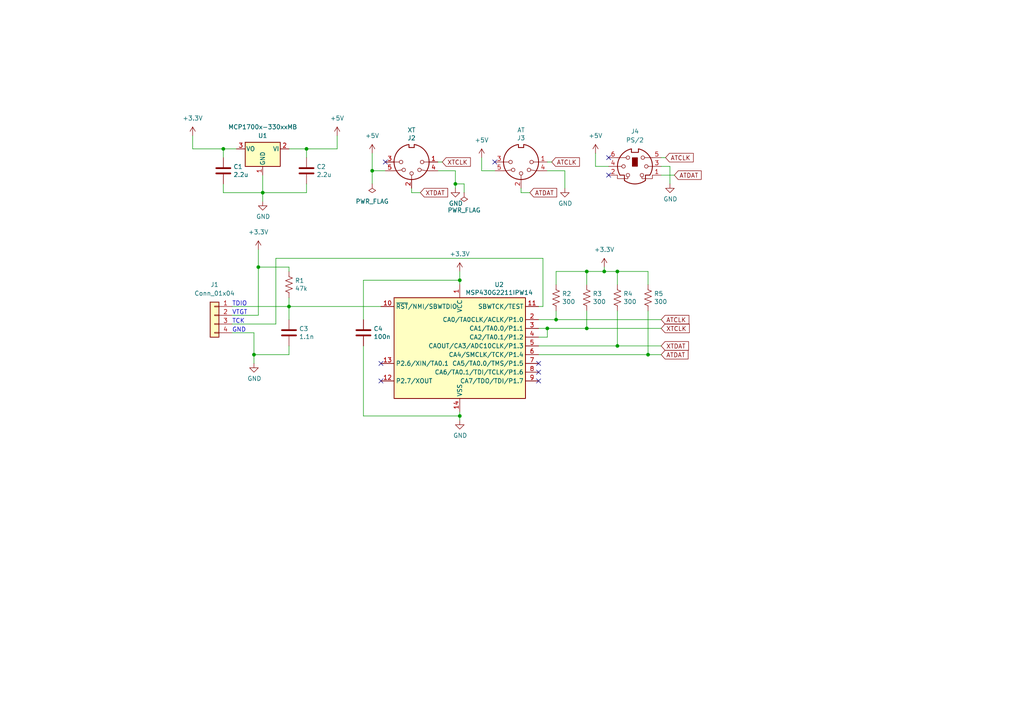
<source format=kicad_sch>
(kicad_sch (version 20211123) (generator eeschema)
  (paper "A4")
  (title_block (title "AT2XT Keyboard Converter") (date "2023-01-15") (rev "v2.0.0"))
  (lib_symbols
    (symbol "Connector:DIN-5_180degree" (pin_names (offset 1.016))
      (property "Reference" "J" (at 3.175 5.715 0))
      (property "Value" "DIN-5_180degree" (at 0 -6.35 0))
      (symbol "DIN-5_180degree_0_1"
        (arc (start -5.08 0) (mid -3.8609 -3.3364) (end -0.762 -5.08) (stroke (width 0.254)))
        (circle (center -3.048 0) (radius 0.508))
        (circle (center -2.286 2.286) (radius 0.508))
        (polyline (pts (xy -5.08 0) (xy -3.556 0)))
        (polyline (pts (xy 0 5.08) (xy 0 3.81)))
        (polyline (pts (xy 5.08 0) (xy 3.556 0)))
        (polyline (pts (xy -5.08 2.54) (xy -4.318 2.54) (xy -2.794 2.286)))
        (polyline (pts (xy 5.08 2.54) (xy 4.318 2.54) (xy 2.794 2.286)))
        (polyline (pts (xy -0.762 -4.953) (xy -0.762 -4.191) (xy 0.762 -4.191) (xy 0.762 -4.953)) (stroke (width 0.254)))
        (circle (center 0 3.302) (radius 0.508))
        (arc (start 0.762 -5.08) (mid 3.8685 -3.343) (end 5.08 0) (stroke (width 0.254)))
        (circle (center 2.286 2.286) (radius 0.508))
        (circle (center 3.048 0) (radius 0.508))
        (arc (start 5.08 0) (mid 0 5.08) (end -5.08 0) (stroke (width 0.254)))
      )
      (symbol "DIN-5_180degree_1_1"
        (pin passive line (at -7.62 0 0) (length 2.54) (name "~") (number "1"))
        (pin passive line (at 0 7.62 270) (length 2.54) (name "~") (number "2"))
        (pin passive line (at 7.62 0 180) (length 2.54) (name "~") (number "3"))
        (pin passive line (at -7.62 2.54 0) (length 2.54) (name "~") (number "4"))
        (pin passive line (at 7.62 2.54 180) (length 2.54) (name "~") (number "5"))
      )
    )
    (symbol "Connector:Mini-DIN-6" (pin_names (offset 1.016))
      (property "Reference" "J" (at 0 6.35 0))
      (property "Value" "Mini-DIN-6" (at 0 -6.35 0))
      (symbol "Mini-DIN-6_0_1"
        (circle (center -3.302 0) (radius 0.508))
        (arc (start -3.048 -4.064) (mid 0 -5.08) (end 3.048 -4.064) (stroke (width 0.254)))
        (circle (center -2.032 -2.54) (radius 0.508))
        (circle (center -2.032 2.54) (radius 0.508))
        (arc (start -1.016 5.08) (mid -4.6228 2.1214) (end -4.318 -2.54) (stroke (width 0.254)))
        (rectangle (start -0.762 2.54) (end 0.762 0) (fill (type outline)))
        (polyline (pts (xy -3.81 0) (xy -5.08 0)))
        (polyline (pts (xy -2.54 2.54) (xy -5.08 2.54)))
        (polyline (pts (xy 2.794 2.54) (xy 5.08 2.54)))
        (polyline (pts (xy 5.08 0) (xy 3.81 0)))
        (polyline (pts (xy -4.318 -2.54) (xy -3.048 -2.54) (xy -3.048 -4.064)) (stroke (width 0.254)))
        (polyline (pts (xy 4.318 -2.54) (xy 3.048 -2.54) (xy 3.048 -4.064)) (stroke (width 0.254)))
        (polyline (pts (xy -2.032 -3.048) (xy -2.032 -3.556) (xy -5.08 -3.556) (xy -5.08 -2.54)))
        (polyline (pts (xy -1.016 5.08) (xy -1.016 4.064) (xy 1.016 4.064) (xy 1.016 5.08)) (stroke (width 0.254)))
        (polyline (pts (xy 2.032 -3.048) (xy 2.032 -3.556) (xy 5.08 -3.556) (xy 5.08 -2.54)))
        (circle (center 2.032 -2.54) (radius 0.508))
        (circle (center 2.286 2.54) (radius 0.508))
        (circle (center 3.302 0) (radius 0.508))
        (arc (start 4.318 -2.54) (mid 4.6661 2.1322) (end 1.016 5.08) (stroke (width 0.254)))
      )
      (symbol "Mini-DIN-6_1_1"
        (pin passive line (at 7.62 -2.54 180) (length 2.54) (name "~") (number "1"))
        (pin passive line (at -7.62 -2.54 0) (length 2.54) (name "~") (number "2"))
        (pin passive line (at 7.62 0 180) (length 2.54) (name "~") (number "3"))
        (pin passive line (at -7.62 0 0) (length 2.54) (name "~") (number "4"))
        (pin passive line (at 7.62 2.54 180) (length 2.54) (name "~") (number "5"))
        (pin passive line (at -7.62 2.54 0) (length 2.54) (name "~") (number "6"))
      )
    )
    (symbol "Connector_Generic:Conn_01x04" (pin_names (offset 1.016) hide)
      (property "Reference" "J" (at 0 5.08 0))
      (property "Value" "Conn_01x04" (at 0 -7.62 0))
      (symbol "Conn_01x04_1_1"
        (rectangle (start -1.27 -4.953) (end 0 -5.207) (stroke (width 0.1524)))
        (rectangle (start -1.27 -2.413) (end 0 -2.667) (stroke (width 0.1524)))
        (rectangle (start -1.27 0.127) (end 0 -0.127) (stroke (width 0.1524)))
        (rectangle (start -1.27 2.667) (end 0 2.413) (stroke (width 0.1524)))
        (rectangle (start -1.27 3.81) (end 1.27 -6.35) (stroke (width 0.254)) (fill (type background)))
        (pin passive line (at -5.08 2.54 0) (length 3.81) (name "Pin_1") (number "1"))
        (pin passive line (at -5.08 0 0) (length 3.81) (name "Pin_2") (number "2"))
        (pin passive line (at -5.08 -2.54 0) (length 3.81) (name "Pin_3") (number "3"))
        (pin passive line (at -5.08 -5.08 0) (length 3.81) (name "Pin_4") (number "4"))
      )
    )
    (symbol "Device:C" (pin_numbers hide) (pin_names (offset 0.254))
      (property "Reference" "C" (at 0.635 2.54 0))
      (property "Value" "C" (at 0.635 -2.54 0))
      (symbol "C_0_1"
        (polyline (pts (xy -2.032 -0.762) (xy 2.032 -0.762)) (stroke (width 0.508)))
        (polyline (pts (xy -2.032 0.762) (xy 2.032 0.762)) (stroke (width 0.508)))
      )
      (symbol "C_1_1"
        (pin passive line (at 0 3.81 270) (length 2.794) (name "~") (number "1"))
        (pin passive line (at 0 -3.81 90) (length 2.794) (name "~") (number "2"))
      )
    )
    (symbol "Device:R_US" (pin_numbers hide) (pin_names (offset 0))
      (property "Reference" "R" (at 2.54 0 90))
      (property "Value" "R_US" (at -2.54 0 90))
      (symbol "R_US_0_1"
        (polyline (pts (xy 0 -2.286) (xy 0 -2.54)))
        (polyline (pts (xy 0 2.286) (xy 0 2.54)))
        (polyline (pts (xy 0 -0.762) (xy 1.016 -1.143) (xy 0 -1.524) (xy -1.016 -1.905) (xy 0 -2.286)))
        (polyline (pts (xy 0 0.762) (xy 1.016 0.381) (xy 0 0) (xy -1.016 -0.381) (xy 0 -0.762)))
        (polyline (pts (xy 0 2.286) (xy 1.016 1.905) (xy 0 1.524) (xy -1.016 1.143) (xy 0 0.762)))
      )
      (symbol "R_US_1_1"
        (pin passive line (at 0 3.81 270) (length 1.27) (name "~") (number "1"))
        (pin passive line (at 0 -3.81 90) (length 1.27) (name "~") (number "2"))
      )
    )
    (symbol "MCU_Texas_MSP430:MSP430G2211IPW14"
      (property "Reference" "U" (at -15.24 15.24 0))
      (property "Value" "MSP430G2211IPW14" (at 12.7 -16.51 0))
      (symbol "MSP430G2211IPW14_0_1"
        (rectangle (start -19.05 13.97) (end 19.05 -15.24) (stroke (width 0.254)) (fill (type background)))
      )
      (symbol "MSP430G2211IPW14_1_1"
        (pin power_in line (at 0 17.78 270) (length 3.81) (name "VCC") (number "1"))
        (pin input line (at -22.86 11.43 0) (length 3.81) (name "~{RST}/NMI/SBWTDIO") (number "10"))
        (pin input line (at 22.86 11.43 180) (length 3.81) (name "SBWTCK/TEST") (number "11"))
        (pin bidirectional line (at -22.86 -10.16 0) (length 3.81) (name "P2.7/XOUT") (number "12"))
        (pin bidirectional line (at -22.86 -5.08 0) (length 3.81) (name "P2.6/XIN/TA0.1") (number "13"))
        (pin power_in line (at 0 -19.05 90) (length 3.81) (name "VSS") (number "14"))
        (pin bidirectional line (at 22.86 7.62 180) (length 3.81) (name "CA0/TA0CLK/ACLK/P1.0") (number "2"))
        (pin bidirectional line (at 22.86 5.08 180) (length 3.81) (name "CA1/TA0.0/P1.1") (number "3"))
        (pin bidirectional line (at 22.86 2.54 180) (length 3.81) (name "CA2/TA0.1/P1.2") (number "4"))
        (pin bidirectional line (at 22.86 0 180) (length 3.81) (name "CAOUT/CA3/ADC10CLK/P1.3") (number "5"))
        (pin bidirectional line (at 22.86 -2.54 180) (length 3.81) (name "CA4/SMCLK/TCK/P1.4") (number "6"))
        (pin bidirectional line (at 22.86 -5.08 180) (length 3.81) (name "CA5/TA0.0/TMS/P1.5") (number "7"))
        (pin bidirectional line (at 22.86 -7.62 180) (length 3.81) (name "CA6/TA0.1/TDI/TCLK/P1.6") (number "8"))
        (pin bidirectional line (at 22.86 -10.16 180) (length 3.81) (name "CA7/TDO/TDI/P1.7") (number "9"))
      )
    )
    (symbol "Regulator_Linear:MCP1700x-330xxMB" (pin_names (offset 0.254))
      (property "Reference" "U" (at -3.81 3.175 0))
      (property "Value" "MCP1700x-330xxMB" (at 0 3.175 0))
      (symbol "MCP1700x-330xxMB_0_1"
        (rectangle (start -5.08 -5.08) (end 5.08 1.905) (stroke (width 0.254)) (fill (type background)))
      )
      (symbol "MCP1700x-330xxMB_1_1"
        (pin power_in line (at 0 -7.62 90) (length 2.54) (name "GND") (number "1"))
        (pin power_in line (at -7.62 0 0) (length 2.54) (name "VI") (number "2"))
        (pin power_out line (at 7.62 0 180) (length 2.54) (name "VO") (number "3"))
      )
    )
    (symbol "power:+3.3V" (power) (pin_names (offset 0))
      (property "Value" "+3.3V" (at 0 3.556 0))
      (symbol "+3.3V_0_1"
        (polyline (pts (xy -0.762 1.27) (xy 0 2.54)))
        (polyline (pts (xy 0 0) (xy 0 2.54)))
        (polyline (pts (xy 0 2.54) (xy 0.762 1.27)))
      )
      (symbol "+3.3V_1_1"
        (pin power_in line (at 0 0 90) (length 0) hide (name "+3.3V") (number "1"))
      )
    )
    (symbol "power:+5V" (power) (pin_names (offset 0))
      (property "Value" "+5V" (at 0 3.556 0))
      (symbol "+5V_0_1"
        (polyline (pts (xy -0.762 1.27) (xy 0 2.54)))
        (polyline (pts (xy 0 0) (xy 0 2.54)))
        (polyline (pts (xy 0 2.54) (xy 0.762 1.27)))
      )
      (symbol "+5V_1_1"
        (pin power_in line (at 0 0 90) (length 0) hide (name "+5V") (number "1"))
      )
    )
    (symbol "power:GND" (power) (pin_names (offset 0))
      (property "Value" "GND" (at 0 -3.81 0))
      (symbol "GND_0_1"
        (polyline (pts (xy 0 0) (xy 0 -1.27) (xy 1.27 -1.27) (xy 0 -2.54) (xy -1.27 -1.27) (xy 0 -1.27)))
      )
      (symbol "GND_1_1"
        (pin power_in line (at 0 0 270) (length 0) hide (name "GND") (number "1"))
      )
    )
    (symbol "power:PWR_FLAG" (power) (pin_numbers hide) (pin_names (offset 0) hide)
      (property "Value" "PWR_FLAG" (at 0 3.81 0))
      (symbol "PWR_FLAG_0_0"
        (pin power_out line (at 0 0 90) (length 0) (name "pwr") (number "1"))
      )
      (symbol "PWR_FLAG_0_1"
        (polyline (pts (xy 0 0) (xy 0 1.27) (xy -1.016 1.905) (xy 0 2.54) (xy 1.016 1.905) (xy 0 1.27)))
      )
    )
  )
  (junction (at 161.29 92.71))
  (junction (at 76.2 55.88))
  (junction (at 64.77 43.18))
  (junction (at 88.9 43.18))
  (junction (at 133.35 120.65))
  (junction (at 107.95 49.53))
  (junction (at 133.35 81.28))
  (junction (at 158.75 95.25))
  (junction (at 83.82 88.9))
  (junction (at 187.96 102.87))
  (junction (at 175.26 78.74))
  (junction (at 73.66 102.87))
  (junction (at 179.07 100.33))
  (junction (at 170.18 78.74))
  (junction (at 132.08 53.34))
  (junction (at 170.18 95.25))
  (junction (at 74.93 77.47))
  (junction (at 179.07 78.74))
  (no_connect (at 156.21 110.49))
  (no_connect (at 156.21 105.41))
  (no_connect (at 143.51 46.99))
  (no_connect (at 176.53 50.8))
  (no_connect (at 156.21 107.95))
  (no_connect (at 111.76 46.99))
  (no_connect (at 110.49 105.41))
  (no_connect (at 110.49 110.49))
  (no_connect (at 176.53 45.72))
  (wire (pts (xy 151.13 54.61) (xy 151.13 55.88)))
  (wire (pts (xy 83.82 43.18) (xy 88.9 43.18)))
  (wire (pts (xy 64.77 43.18) (xy 68.58 43.18)))
  (wire (pts (xy 158.75 95.25) (xy 170.18 95.25)))
  (wire (pts (xy 73.66 102.87) (xy 73.66 105.41)))
  (wire (pts (xy 163.83 49.53) (xy 163.83 54.61)))
  (wire (pts (xy 134.62 53.34) (xy 132.08 53.34)))
  (wire (pts (xy 157.48 74.93) (xy 157.48 88.9)))
  (wire (pts (xy 83.82 102.87) (xy 73.66 102.87)))
  (wire (pts (xy 156.21 92.71) (xy 161.29 92.71)))
  (wire (pts (xy 76.2 55.88) (xy 88.9 55.88)))
  (wire (pts (xy 132.08 53.34) (xy 132.08 54.61)))
  (wire (pts (xy 67.31 88.9) (xy 83.82 88.9)))
  (wire (pts (xy 83.82 88.9) (xy 83.82 92.71)))
  (wire (pts (xy 139.7 49.53) (xy 139.7 45.72)))
  (wire (pts (xy 83.82 77.47) (xy 74.93 77.47)))
  (wire (pts (xy 179.07 78.74) (xy 175.26 78.74)))
  (wire (pts (xy 67.31 93.98) (xy 80.01 93.98)))
  (wire (pts (xy 175.26 77.47) (xy 175.26 78.74)))
  (wire (pts (xy 170.18 90.17) (xy 170.18 95.25)))
  (wire (pts (xy 194.31 48.26) (xy 194.31 53.34)))
  (wire (pts (xy 139.7 49.53) (xy 143.51 49.53)))
  (wire (pts (xy 187.96 102.87) (xy 191.77 102.87)))
  (wire (pts (xy 64.77 53.34) (xy 64.77 55.88)))
  (wire (pts (xy 107.95 49.53) (xy 111.76 49.53)))
  (wire (pts (xy 83.82 100.33) (xy 83.82 102.87)))
  (wire (pts (xy 55.88 43.18) (xy 64.77 43.18)))
  (wire (pts (xy 74.93 91.44) (xy 74.93 77.47)))
  (wire (pts (xy 133.35 81.28) (xy 105.41 81.28)))
  (wire (pts (xy 179.07 90.17) (xy 179.07 100.33)))
  (wire (pts (xy 73.66 96.52) (xy 73.66 102.87)))
  (wire (pts (xy 83.82 78.74) (xy 83.82 77.47)))
  (wire (pts (xy 80.01 74.93) (xy 157.48 74.93)))
  (wire (pts (xy 127 46.99) (xy 128.27 46.99)))
  (wire (pts (xy 156.21 100.33) (xy 179.07 100.33)))
  (wire (pts (xy 132.08 49.53) (xy 132.08 53.34)))
  (wire (pts (xy 83.82 86.36) (xy 83.82 88.9)))
  (wire (pts (xy 133.35 121.92) (xy 133.35 120.65)))
  (wire (pts (xy 76.2 50.8) (xy 76.2 55.88)))
  (wire (pts (xy 161.29 92.71) (xy 191.77 92.71)))
  (wire (pts (xy 64.77 55.88) (xy 76.2 55.88)))
  (wire (pts (xy 107.95 49.53) (xy 107.95 53.34)))
  (wire (pts (xy 105.41 120.65) (xy 133.35 120.65)))
  (wire (pts (xy 105.41 81.28) (xy 105.41 92.71)))
  (wire (pts (xy 76.2 55.88) (xy 76.2 58.42)))
  (wire (pts (xy 127 49.53) (xy 132.08 49.53)))
  (wire (pts (xy 161.29 90.17) (xy 161.29 92.71)))
  (wire (pts (xy 74.93 77.47) (xy 74.93 72.39)))
  (wire (pts (xy 67.31 91.44) (xy 74.93 91.44)))
  (wire (pts (xy 88.9 43.18) (xy 88.9 45.72)))
  (wire (pts (xy 179.07 78.74) (xy 179.07 82.55)))
  (wire (pts (xy 119.38 55.88) (xy 121.92 55.88)))
  (wire (pts (xy 158.75 97.79) (xy 156.21 97.79)))
  (wire (pts (xy 158.75 95.25) (xy 158.75 97.79)))
  (wire (pts (xy 133.35 78.74) (xy 133.35 81.28)))
  (wire (pts (xy 156.21 95.25) (xy 158.75 95.25)))
  (wire (pts (xy 191.77 50.8) (xy 195.58 50.8)))
  (wire (pts (xy 133.35 81.28) (xy 133.35 82.55)))
  (wire (pts (xy 67.31 96.52) (xy 73.66 96.52)))
  (wire (pts (xy 187.96 82.55) (xy 187.96 78.74)))
  (wire (pts (xy 97.79 43.18) (xy 97.79 39.37)))
  (wire (pts (xy 156.21 102.87) (xy 187.96 102.87)))
  (wire (pts (xy 80.01 93.98) (xy 80.01 74.93)))
  (wire (pts (xy 88.9 53.34) (xy 88.9 55.88)))
  (wire (pts (xy 191.77 48.26) (xy 194.31 48.26)))
  (wire (pts (xy 64.77 43.18) (xy 64.77 45.72)))
  (wire (pts (xy 191.77 45.72) (xy 193.04 45.72)))
  (wire (pts (xy 161.29 82.55) (xy 161.29 78.74)))
  (wire (pts (xy 176.53 48.26) (xy 172.72 48.26)))
  (wire (pts (xy 88.9 43.18) (xy 97.79 43.18)))
  (wire (pts (xy 187.96 78.74) (xy 179.07 78.74)))
  (wire (pts (xy 172.72 48.26) (xy 172.72 44.45)))
  (wire (pts (xy 158.75 49.53) (xy 163.83 49.53)))
  (wire (pts (xy 83.82 88.9) (xy 110.49 88.9)))
  (wire (pts (xy 170.18 95.25) (xy 191.77 95.25)))
  (wire (pts (xy 170.18 78.74) (xy 170.18 82.55)))
  (wire (pts (xy 161.29 78.74) (xy 170.18 78.74)))
  (wire (pts (xy 134.62 55.88) (xy 134.62 53.34)))
  (wire (pts (xy 133.35 120.65) (xy 133.35 119.38)))
  (wire (pts (xy 179.07 100.33) (xy 191.77 100.33)))
  (wire (pts (xy 187.96 90.17) (xy 187.96 102.87)))
  (wire (pts (xy 55.88 39.37) (xy 55.88 43.18)))
  (wire (pts (xy 119.38 54.61) (xy 119.38 55.88)))
  (wire (pts (xy 158.75 46.99) (xy 160.02 46.99)))
  (wire (pts (xy 105.41 100.33) (xy 105.41 120.65)))
  (wire (pts (xy 107.95 44.45) (xy 107.95 49.53)))
  (wire (pts (xy 151.13 55.88) (xy 153.67 55.88)))
  (wire (pts (xy 157.48 88.9) (xy 156.21 88.9)))
  (wire (pts (xy 170.18 78.74) (xy 175.26 78.74)))
  (text "TDIO" (at 67.31 88.9 0) (effects (font (size 1.27 1.27)) (justify left bottom)))
  (text "GND" (at 67.31 96.52 0) (effects (font (size 1.27 1.27)) (justify left bottom)))
  (text "TCK" (at 67.31 93.98 0) (effects (font (size 1.27 1.27)) (justify left bottom)))
  (text "VTGT" (at 67.31 91.44 0) (effects (font (size 1.27 1.27)) (justify left bottom)))
  (global_label "XTDAT" (shape input) (at 191.77 100.33 0) (property "Intersheet References" "${INTERSHEET_REFS}" (effects hide)))
  (global_label "ATDAT" (shape input) (at 153.67 55.88 0) (property "Intersheet References" "${INTERSHEET_REFS}" (effects hide)))
  (global_label "XTDAT" (shape input) (at 121.92 55.88 0) (property "Intersheet References" "${INTERSHEET_REFS}" (effects hide)))
  (global_label "XTCLK" (shape input) (at 191.77 95.25 0) (property "Intersheet References" "${INTERSHEET_REFS}" (effects hide)))
  (global_label "XTCLK" (shape input) (at 128.27 46.99 0) (property "Intersheet References" "${INTERSHEET_REFS}" (effects hide)))
  (global_label "ATCLK" (shape input) (at 160.02 46.99 0) (property "Intersheet References" "${INTERSHEET_REFS}" (effects hide)))
  (global_label "ATDAT" (shape input) (at 195.58 50.8 0) (property "Intersheet References" "${INTERSHEET_REFS}" (effects hide)))
  (global_label "ATDAT" (shape input) (at 191.77 102.87 0) (property "Intersheet References" "${INTERSHEET_REFS}" (effects hide)))
  (global_label "ATCLK" (shape input) (at 193.04 45.72 0) (property "Intersheet References" "${INTERSHEET_REFS}" (effects hide)))
  (global_label "ATCLK" (shape input) (at 191.77 92.71 0) (property "Intersheet References" "${INTERSHEET_REFS}" (effects hide)))
  (symbol (lib_id "MCU_Texas_MSP430:MSP430G2211IPW14") (at 133.35 100.33 0) (unit 1)
    (property "Reference" "U2" (at 144.78 82.55 0))
    (property "Value" "MSP430G2211IPW14" (at 144.78 84.8614 0))
    (property "Footprint" "Package_SO:TSSOP-14_4.4x5mm_P0.65mm" (effects hide))
    (property "Datasheet" "http://www.ti.com/lit/ds/symlink/msp430g2211.pdf" (effects hide))
    (property "MFR" "Texas Instruments" (effects hide))
    (property "MPN" "MSP430G2211IPW14" (effects hide))
    (property "OC_DIGIKEY" "296-25830-5-ND" (effects hide))
    (property "URL_DIGIKEY" "https://www.digikey.com/en/products/detail/texas-instruments/MSP430G2211IPW14/2237185" (effects hide))
    (property "OC_MOUSER" "595-MSP430G2211IPW14 " (effects hide))
    (property "URL_MOUSER" "https://www.mouser.com/ProductDetail/Texas-Instruments/MSP430G2211IPW14?qs=4bIC7PpGAjJQ2Jf7fQ1jUg%3D%3D" (effects hide))
  )
  (symbol (lib_id "Device:R_US") (at 83.82 82.55 0) (unit 1)
    (property "Reference" "R1" (at 85.5472 81.3816 0) (effects (justify left)))
    (property "Value" "47k" (at 85.5472 83.693 0) (effects (justify left)))
    (property "Footprint" "Resistor_SMD:R_0603_1608Metric" (effects hide))
    (property "Datasheet" "https://industrial.panasonic.com/ww/products/pt/general-purpose-chip-resistors/models/ERJ3GEYJ473V" (effects hide))
    (property "MFR" "Panasonic" (effects hide))
    (property "MPN" "ERJ-3GEYJ473V" (effects hide))
    (property "OC_MOUSER" "667-ERJ-3GEYJ473V" (effects hide))
    (property "URL_MOUSER" "https://www.mouser.com/ProductDetail/Panasonic/ERJ-3GEYJ473V?qs=sGAEpiMZZMtlubZbdhIBIDkNbKahCB4%252BS%252B4QC5Gxyhc%3D" (effects hide))
    (property "OC_DIGIKEY" "P47KGTR-ND" (effects hide))
    (property "URL_DIGIKEY" "https://www.digikey.com/en/products/detail/panasonic-electronic-components/ERJ-3GEYJ473V/135787" (effects hide))
  )
  (symbol (lib_id "Device:R_US") (at 170.18 86.36 0) (unit 1)
    (property "Reference" "R3" (at 171.9072 85.1916 0) (effects (justify left)))
    (property "Value" "300" (at 171.9072 87.503 0) (effects (justify left)))
    (property "Footprint" "Resistor_SMD:R_0603_1608Metric" (effects hide))
    (property "Datasheet" "https://industrial.panasonic.com/ww/products/pt/general-purpose-chip-resistors/models/ERJ3GEYJ301V" (effects hide))
    (property "MFR" "Panasonic" (effects hide))
    (property "MPN" "ERJ-3GEYJ301V " (effects hide))
    (property "OC_DIGIKEY" "P300GTR-ND" (effects hide))
    (property "OC_MOUSER" "667-ERJ-3GEYJ301V" (effects hide))
    (property "URL_DIGIKEY" "https://www.digikey.com/en/products/detail/panasonic-electronic-components/ERJ-3GEYJ301V/29175" (effects hide))
    (property "URL_MOUSER" "https://www.mouser.com/ProductDetail/Panasonic/ERJ-3GEYJ301V?qs=sGAEpiMZZMtlubZbdhIBIDkNbKahCB4%252B0NACa0cUuL4%3D" (effects hide))
  )
  (symbol (lib_id "Device:R_US") (at 161.29 86.36 0) (unit 1)
    (property "Reference" "R2" (at 163.0172 85.1916 0) (effects (justify left)))
    (property "Value" "300" (at 163.0172 87.503 0) (effects (justify left)))
    (property "Footprint" "Resistor_SMD:R_0603_1608Metric" (effects hide))
    (property "Datasheet" "https://industrial.panasonic.com/ww/products/pt/general-purpose-chip-resistors/models/ERJ3GEYJ301V" (effects hide))
    (property "MFR" "Panasonic" (effects hide))
    (property "MPN" "ERJ-3GEYJ301V " (effects hide))
    (property "OC_DIGIKEY" "P300GTR-ND" (effects hide))
    (property "OC_MOUSER" "667-ERJ-3GEYJ301V" (effects hide))
    (property "URL_DIGIKEY" "https://www.digikey.com/en/products/detail/panasonic-electronic-components/ERJ-3GEYJ301V/29175" (effects hide))
    (property "URL_MOUSER" "https://www.mouser.com/ProductDetail/Panasonic/ERJ-3GEYJ301V?qs=sGAEpiMZZMtlubZbdhIBIDkNbKahCB4%252B0NACa0cUuL4%3D" (effects hide))
  )
  (symbol (lib_id "Device:R_US") (at 179.07 86.36 0) (unit 1)
    (property "Reference" "R4" (at 180.7972 85.1916 0) (effects (justify left)))
    (property "Value" "300" (at 180.7972 87.503 0) (effects (justify left)))
    (property "Footprint" "Resistor_SMD:R_0603_1608Metric" (effects hide))
    (property "Datasheet" "https://industrial.panasonic.com/ww/products/pt/general-purpose-chip-resistors/models/ERJ3GEYJ301V" (effects hide))
    (property "MFR" "Panasonic" (effects hide))
    (property "MPN" "ERJ-3GEYJ301V " (effects hide))
    (property "OC_DIGIKEY" "P300GTR-ND" (effects hide))
    (property "OC_MOUSER" "667-ERJ-3GEYJ301V" (effects hide))
    (property "URL_DIGIKEY" "https://www.digikey.com/en/products/detail/panasonic-electronic-components/ERJ-3GEYJ301V/29175" (effects hide))
    (property "URL_MOUSER" "https://www.mouser.com/ProductDetail/Panasonic/ERJ-3GEYJ301V?qs=sGAEpiMZZMtlubZbdhIBIDkNbKahCB4%252B0NACa0cUuL4%3D" (effects hide))
  )
  (symbol (lib_id "Device:R_US") (at 187.96 86.36 0) (unit 1)
    (property "Reference" "R5" (at 189.6872 85.1916 0) (effects (justify left)))
    (property "Value" "300" (at 189.6872 87.503 0) (effects (justify left)))
    (property "Footprint" "Resistor_SMD:R_0603_1608Metric" (effects hide))
    (property "Datasheet" "https://industrial.panasonic.com/ww/products/pt/general-purpose-chip-resistors/models/ERJ3GEYJ301V" (effects hide))
    (property "MFR" "Panasonic" (effects hide))
    (property "MPN" "ERJ-3GEYJ301V " (effects hide))
    (property "OC_DIGIKEY" "P300GTR-ND" (effects hide))
    (property "OC_MOUSER" "667-ERJ-3GEYJ301V" (effects hide))
    (property "URL_DIGIKEY" "https://www.digikey.com/en/products/detail/panasonic-electronic-components/ERJ-3GEYJ301V/29175" (effects hide))
    (property "URL_MOUSER" "https://www.mouser.com/ProductDetail/Panasonic/ERJ-3GEYJ301V?qs=sGAEpiMZZMtlubZbdhIBIDkNbKahCB4%252B0NACa0cUuL4%3D" (effects hide))
  )
  (symbol (lib_id "Connector:Mini-DIN-6") (at 184.15 48.26 0) (unit 1)
    (property "Reference" "J4" (at 184.1677 38.1 0))
    (property "Value" "PS/2" (at 184.1677 40.64 0))
    (property "Footprint" "at2xt:MiniDIN-6-3MP_14.0mmx12.9mm_P2.6mm_P6.8mm_MP6.75mm" (effects hide))
    (property "Datasheet" "https://www.kycon.com/2013Catalogpage/Mini-Dins%20%20Circular%20Dins/KMDGX.pdf" (effects hide))
    (property "MFR" "Kycon" (effects hide))
    (property "MPN" "KMDGX-6S-N" (effects hide))
    (property "OC_DIGIKEY" "2092-KMDGX-6S-BS-ND" (effects hide))
    (property "URL_DIGIKEY" "https://www.digikey.com/en/products/detail/kycon-inc/KMDGX-6S-BS/9990075?s=N4IgTCBcDaINIFkAiBxAGgWgGwGUMCEcQBdAXyA" (effects hide))
    (property "OC_MOUSER" "806-KMDGX-6S-BS" (effects hide))
    (property "URL_MOUSER" "https://www.mouser.com/ProductDetail/Kycon/KMDGX-6S-BS?qs=gomZSfZNELc%252BcxHiGAVThw%3D%3D" (effects hide))
  )
  (symbol (lib_id "Connector:DIN-5_180degree") (at 119.38 46.99 180) (unit 1)
    (property "Reference" "J2" (at 119.38 40.0304 0))
    (property "Value" "XT" (at 119.38 37.719 0))
    (property "Footprint" "at2xt:DIN41524-5-2MP_20.5mmx15.5mm_P7.5mm_P10.0mm_MP10.0mm" (effects hide))
    (property "Datasheet" "https://www.mouser.com/datasheet/2/222/KCDX-334811.pdf" (effects hide))
    (property "MPN" "KCDX-5S-N" (effects hide))
    (property "MFR" "Kycon" (effects hide))
    (property "OC_DIGIKEY" "2092-KCDX-5S-N-ND" (effects hide))
    (property "URL_DIGIKEY" "https://www.digikey.com/en/products/detail/kycon-inc/KCDX-5S-N/10246509" (effects hide))
    (property "OC_MOUSER" "806-KCDX-5S-N" (effects hide))
    (property "URL_MOUSER" "https://www.mouser.com/ProductDetail/Kycon/KCDX-5S-N?qs=uMQTibCNu0QKDGeRAj6hLg%3D%3D" (effects hide))
  )
  (symbol (lib_id "power:GND") (at 132.08 54.61 0) (unit 1)
    (property "Reference" "#PWR0102" (effects hide))
    (property "Value" "GND" (at 132.207 59.0042 0))
  )
  (symbol (lib_id "Regulator_Linear:MCP1700x-330xxMB") (at 76.2 43.18 0) (mirror y) (unit 1)
    (property "Reference" "U1" (at 76.2 39.37 0))
    (property "Value" "MCP1700x-330xxMB" (at 76.2 36.83 0))
    (property "Footprint" "Package_TO_SOT_SMD:SOT-89-3" (effects hide))
    (property "Datasheet" "http://ww1.microchip.com/downloads/en/DeviceDoc/20001826D.pdf" (effects hide))
    (property "MFR" "Microchip" (effects hide))
    (property "MPN" "MCP1700T-3302E/MB" (effects hide))
    (property "OC_DIGIKEY" "MCP1700T3302EMBTR-ND" (effects hide))
    (property "OC_MOUSER" "579-MCP1700T3302E/MB" (effects hide))
    (property "URL_DIGIKEY" "https://www.digikey.com/en/products/detail/microchip-technology/MCP1700T-3302E-MB/652678" (effects hide))
    (property "URL_MOUSER" "https://www.mouser.com/ProductDetail/Microchip-Technology-Atmel/MCP1700T-3302E-MB?qs=WWgnj3qycfnlJJhwyn%2Fifw%3D%3D" (effects hide))
  )
  (symbol (lib_id "Device:C") (at 83.82 96.52 0) (unit 1)
    (property "Reference" "C3" (at 86.741 95.3516 0) (effects (justify left)))
    (property "Value" "1.1n" (at 86.741 97.663 0) (effects (justify left)))
    (property "Footprint" "Capacitor_SMD:C_0603_1608Metric" (effects hide))
    (property "Datasheet" "https://datasheets.kyocera-avx.com/X7RDielectric.pdf" (effects hide))
    (property "MFR" "Kyocera AVX" (effects hide))
    (property "MPN" "0603YC102KAT2A" (effects hide))
    (property "OC_DIGIKEY" "478-7933-2-ND" (effects hide))
    (property "OC_MOUSER" "581-0603YC102KAT2A" (effects hide))
    (property "URL_DIGIKEY" "https://www.digikey.com/en/products/detail/kyocera-avx/0603YC104KAT2A/563349" (effects hide))
    (property "URL_MOUSER" "https://www.mouser.com/ProductDetail/KYOCERA-AVX/0603YC102KAT2A?qs=J0cf14owUtQZ3o2WGChX2A%3D%3D" (effects hide))
  )
  (symbol (lib_id "Device:C") (at 88.9 49.53 0) (unit 1)
    (property "Reference" "C2" (at 91.821 48.3616 0) (effects (justify left)))
    (property "Value" "2.2u" (at 91.821 50.673 0) (effects (justify left)))
    (property "Footprint" "Capacitor_SMD:C_0603_1608Metric" (effects hide))
    (property "Datasheet" "https://datasheets.kyocera-avx.com/X7RDielectric.pdf" (effects hide))
    (property "MFR" "Kyocera AVX" (effects hide))
    (property "MPN" "0603YD225KAT2A" (effects hide))
    (property "OC_DIGIKEY" "478-5147-2-ND" (effects hide))
    (property "URL_DIGIKEY" "https://www.digikey.com/en/products/detail/kyocera-avx/0603YD225KAT2A/1545047" (effects hide))
    (property "OC_MOUSER" "581-0603YD225K" (effects hide))
    (property "URL_MOUSER" "https://www.mouser.com/ProductDetail/KYOCERA-AVX/0603YD225KAT2A?qs=yeMJfaiNeLw88cYpZCw84Q%3D%3D" (effects hide))
  )
  (symbol (lib_id "power:GND") (at 133.35 121.92 0) (unit 1)
    (property "Reference" "#PWR0109" (effects hide))
    (property "Value" "GND" (at 133.477 126.3142 0))
  )
  (symbol (lib_id "power:PWR_FLAG") (at 107.95 53.34 180) (unit 1)
    (property "Reference" "#FLG0102" (effects hide))
    (property "Value" "PWR_FLAG" (at 107.95 58.42 0))
  )
  (symbol (lib_id "power:+5V") (at 107.95 44.45 0) (unit 1)
    (property "Reference" "#PWR0103" (effects hide))
    (property "Value" "+5V" (at 107.95 39.37 0))
  )
  (symbol (lib_id "power:+3.3V") (at 175.26 77.47 0) (unit 1)
    (property "Reference" "#PWR0104" (effects hide))
    (property "Value" "+3.3V" (at 175.26 72.39 0))
  )
  (symbol (lib_id "power:PWR_FLAG") (at 134.62 55.88 180) (unit 1)
    (property "Reference" "#FLG0101" (effects hide))
    (property "Value" "PWR_FLAG" (at 134.62 60.96 0))
  )
  (symbol (lib_id "Device:C") (at 64.77 49.53 0) (unit 1)
    (property "Reference" "C1" (at 67.691 48.3616 0) (effects (justify left)))
    (property "Value" "2.2u" (at 67.691 50.673 0) (effects (justify left)))
    (property "Footprint" "Capacitor_SMD:C_0603_1608Metric" (effects hide))
    (property "Datasheet" "https://datasheets.kyocera-avx.com/X7RDielectric.pdf" (effects hide))
    (property "MFR" "Kyocera AVX" (effects hide))
    (property "MPN" "0603YD225KAT2A" (effects hide))
    (property "OC_DIGIKEY" "478-5147-2-ND" (effects hide))
    (property "URL_DIGIKEY" "https://www.digikey.com/en/products/detail/kyocera-avx/0603YD225KAT2A/1545047" (effects hide))
    (property "OC_MOUSER" "581-0603YD225K" (effects hide))
    (property "URL_MOUSER" "https://www.mouser.com/ProductDetail/KYOCERA-AVX/0603YD225KAT2A?qs=yeMJfaiNeLw88cYpZCw84Q%3D%3D" (effects hide))
  )
  (symbol (lib_id "Device:C") (at 105.41 96.52 0) (unit 1)
    (property "Reference" "C4" (at 108.331 95.3516 0) (effects (justify left)))
    (property "Value" "100n" (at 108.331 97.663 0) (effects (justify left)))
    (property "Footprint" "Capacitor_SMD:C_0603_1608Metric" (effects hide))
    (property "Datasheet" "https://datasheets.kyocera-avx.com/X7RDielectric.pdf" (effects hide))
    (property "MFR" "Kyocera AVX" (effects hide))
    (property "MPN" "0603YC104KAT2A" (effects hide))
    (property "OC_DIGIKEY" "478-1239-2-ND" (effects hide))
    (property "OC_MOUSER" "581-06035C104JAT2A" (effects hide))
    (property "URL_DIGIKEY" "https://www.digikey.com/en/products/detail/kyocera-avx/0603YC102KAT2A/1600482" (effects hide))
    (property "URL_MOUSER" "https://www.mouser.com/ProductDetail/KYOCERA-AVX/0603YC104KAT2A?qs=8tyLnVRzLzw3XjZuBMXbVA%3D%3D" (effects hide))
  )
  (symbol (lib_id "power:+3.3V") (at 74.93 72.39 0) (unit 1)
    (property "Reference" "#PWR0110" (effects hide))
    (property "Value" "+3.3V" (at 74.93 67.31 0))
  )
  (symbol (lib_id "power:+5V") (at 97.79 39.37 0) (unit 1)
    (property "Reference" "#PWR0114" (effects hide))
    (property "Value" "+5V" (at 97.79 34.29 0))
  )
  (symbol (lib_id "power:GND") (at 76.2 58.42 0) (unit 1)
    (property "Reference" "#PWR0111" (effects hide))
    (property "Value" "GND" (at 76.327 62.8142 0))
  )
  (symbol (lib_id "Connector_Generic:Conn_01x04") (at 62.23 91.44 0) (mirror y) (unit 1)
    (property "Reference" "J1" (at 62.23 82.55 0))
    (property "Value" "Conn_01x04" (at 62.23 85.09 0))
    (property "Footprint" "Connector_PinHeader_2.54mm:PinHeader_1x04_P2.54mm_Vertical" (effects hide))
    (property "Datasheet" "https://www.mouser.com/datasheet/2/527/tsw_th-2854687.pdf" (effects hide))
    (property "MFR" "Samtec" (effects hide))
    (property "MPN" "TSW-104-14-S-S" (effects hide))
    (property "OC_DIGIKEY" "SAM1057-04-ND" (effects hide))
    (property "OC_MOUSER" "200-TSW10414SS" (effects hide))
    (property "URL_DIGIKEY" "https://www.digikey.com/en/products/detail/samtec-inc/TSW-104-14-S-S/1102720" (effects hide))
    (property "URL_MOUSER" "https://www.mouser.com/ProductDetail/Samtec/TSW-104-14-S-S?qs=rU5fayqh%252BE1aHgnZ8sRbLw%3D%3D" (effects hide))
  )
  (symbol (lib_id "power:+5V") (at 172.72 44.45 0) (unit 1)
    (property "Reference" "#PWR0107" (effects hide))
    (property "Value" "+5V" (at 172.72 39.37 0))
  )
  (symbol (lib_id "power:GND") (at 194.31 53.34 0) (unit 1)
    (property "Reference" "#PWR0106" (effects hide))
    (property "Value" "GND" (at 194.437 57.7342 0))
  )
  (symbol (lib_id "power:GND") (at 73.66 105.41 0) (unit 1)
    (property "Reference" "#PWR0112" (effects hide))
    (property "Value" "GND" (at 73.787 109.8042 0))
  )
  (symbol (lib_id "power:+3.3V") (at 133.35 78.74 0) (unit 1)
    (property "Reference" "#PWR0108" (effects hide))
    (property "Value" "+3.3V" (at 133.35 73.66 0))
  )
  (symbol (lib_id "power:+3.3V") (at 55.88 39.37 0) (unit 1)
    (property "Reference" "#PWR0113" (effects hide))
    (property "Value" "+3.3V" (at 55.88 34.29 0))
  )
  (symbol (lib_id "power:GND") (at 163.83 54.61 0) (unit 1)
    (property "Reference" "#PWR0105" (effects hide))
    (property "Value" "GND" (at 163.957 59.0042 0))
  )
  (symbol (lib_id "Connector:DIN-5_180degree") (at 151.13 46.99 180) (unit 1)
    (property "Reference" "J3" (at 151.13 40.0304 0))
    (property "Value" "AT" (at 151.13 37.719 0))
    (property "Footprint" "at2xt:DIN41524-5-2MP_20.5mmx15.5mm_P7.5mm_P10.0mm_MP10.0mm" (effects hide))
    (property "Datasheet" "https://www.mouser.com/datasheet/2/222/KCDX-334811.pdf" (effects hide))
    (property "MPN" "KCDX-5S-N" (effects hide))
    (property "MFR" "Kycon" (effects hide))
    (property "OC_DIGIKEY" "2092-KCDX-5S-N-ND" (effects hide))
    (property "URL_DIGIKEY" "https://www.digikey.com/en/products/detail/kycon-inc/KCDX-5S-N/10246509" (effects hide))
    (property "OC_MOUSER" "806-KCDX-5S-N" (effects hide))
    (property "URL_MOUSER" "https://www.mouser.com/ProductDetail/Kycon/KCDX-5S-N?qs=uMQTibCNu0QKDGeRAj6hLg%3D%3D" (effects hide))
  )
  (symbol (lib_id "power:+5V") (at 139.7 45.72 0) (unit 1)
    (property "Reference" "#PWR0101" (effects hide))
    (property "Value" "+5V" (at 139.7 40.64 0))
  )
)
</source>
